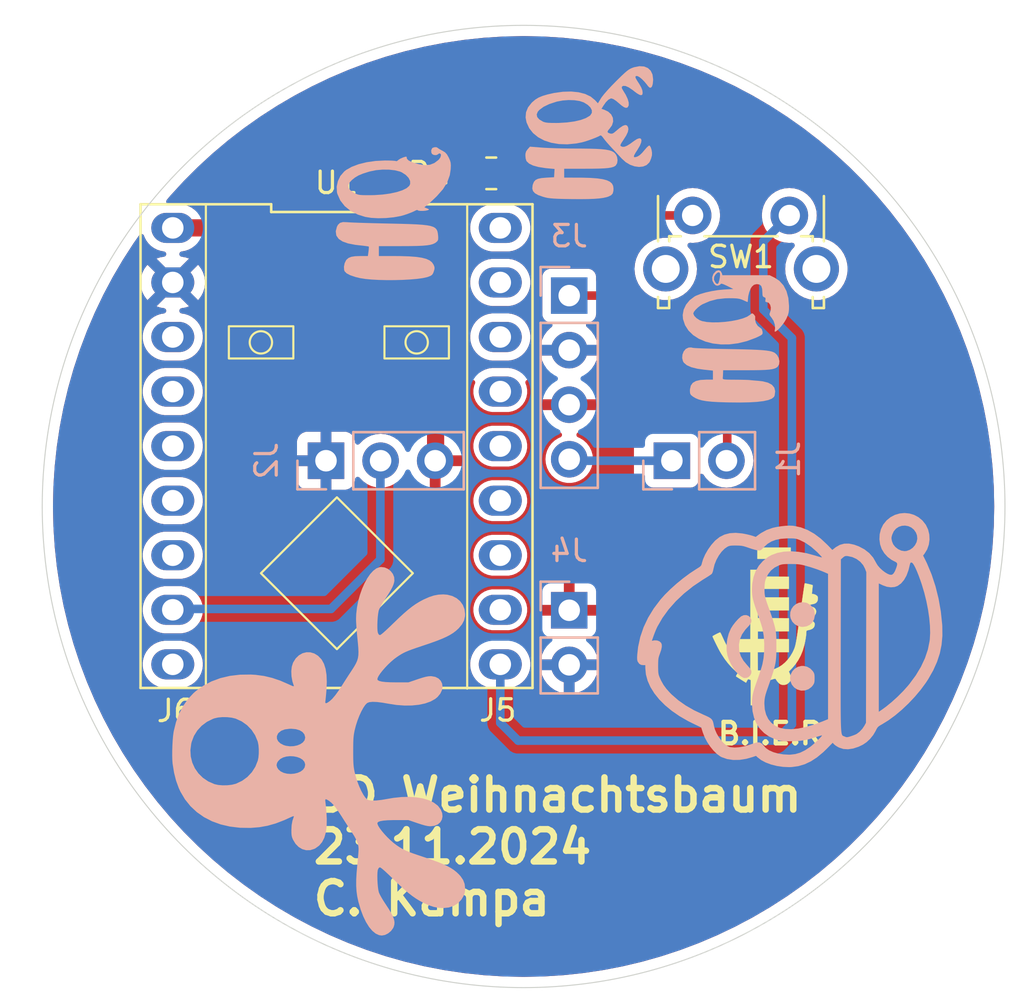
<source format=kicad_pcb>
(kicad_pcb (version 20240108) (generator "pcbnew") (generator_version "8.0")
  (layers (0 "F.Cu" signal) (31 "B.Cu" signal) (34 "B.Paste" user) (35 "F.Paste" user) (36 "B.SilkS" user "B.Silkscreen") (37 "F.SilkS" user "F.Silkscreen") (38 "B.Mask" user) (39 "F.Mask" user) (44 "Edge.Cuts" user))
  (net 0 "")
  (net 1 "Net-(J1-Pin_1)")
  (net 2 "Net-(J1-Pin_2)")
  (net 3 "Net-(J2-Pin_2)")
  (net 4 "GND")
  (net 5 "+5V")
  (net 6 "Net-(R1-Pad1)")
  (net 7 "Net-(U1-7)")
  (footprint "Logo:FH-LogoSilk" (layer "F.Cu") (at 211.34 64.78)
    (property "Reference" "G***" (hide yes))
    (property "Value" "LOGO" (hide yes))
  )
  (footprint "Button_Switch_THT:SW_Tactile_SPST_Angled_PTS645Vx83-2LFS" (layer "F.Cu") (at 207.93 45.66)
    (property "Reference" "SW1" (at 2.25 1.93 0) (layer "F.SilkS"))
    (property "Value" "Mode Select")
    (pad "" thru_hole circle (at -1.25 2.49) (size 2.1 2.1) (drill 1.3) (layers "*.Cu" "*.Mask"))
    (pad "" thru_hole circle (at 5.76 2.49) (size 2.1 2.1) (drill 1.3) (layers "*.Cu" "*.Mask"))
    (pad "1" thru_hole circle (at 0 0) (size 1.75 1.75) (drill 0.99) (layers "*.Cu" "*.Mask") (net 6 "Net-(R1-Pad1)"))
    (pad "2" thru_hole circle (at 4.5 0) (size 1.75 1.75) (drill 0.99) (layers "*.Cu" "*.Mask") (net 7 "Net-(U1-7)"))
  )
  (footprint "Hella_Bauteile:ESP32-S3 Mini" (layer "F.Cu") (at 191.36 56.4 -90)
    (property "Reference" "U1" (at -12.26 0 0) (layer "F.SilkS"))
    (property "Value" "ESP32-S3 Zero")
    (pad "1" thru_hole oval (at -10.16 7.62 270) (size 1.4 2) (drill 1) (layers "*.Cu" "*.Mask") (net 5 "+5V"))
    (pad "2" thru_hole oval (at -7.62 7.62 270) (size 1.4 2) (drill 1) (layers "*.Cu" "*.Mask") (net 4 "GND"))
    (pad "3" thru_hole oval (at -5.08 7.62 270) (size 1.4 2) (drill 1) (layers "*.Cu" "*.Mask"))
    (pad "4" thru_hole oval (at -2.54 7.62 270) (size 1.4 2) (drill 1) (layers "*.Cu" "*.Mask"))
    (pad "5" thru_hole oval (at 0 7.62 270) (size 1.4 2) (drill 1) (layers "*.Cu" "*.Mask"))
    (pad "6" thru_hole oval (at 2.54 7.62 270) (size 1.4 2) (drill 1) (layers "*.Cu" "*.Mask"))
    (pad "7" thru_hole oval (at 5.08 7.62 270) (size 1.4 2) (drill 1) (layers "*.Cu" "*.Mask"))
    (pad "8" thru_hole oval (at 7.62 7.62 270) (size 1.4 2) (drill 1) (layers "*.Cu" "*.Mask") (net 3 "Net-(J2-Pin_2)"))
    (pad "9" thru_hole oval (at 10.16 7.62 270) (size 1.4 2) (drill 1) (layers "*.Cu" "*.Mask"))
    (pad "10" thru_hole oval (at 10.16 -7.62 270) (size 1.4 2) (drill 1) (layers "*.Cu" "*.Mask") (net 7 "Net-(U1-7)"))
    (pad "11" thru_hole oval (at 7.62 -7.62 270) (size 1.4 2) (drill 1) (layers "*.Cu" "*.Mask"))
    (pad "12" thru_hole oval (at 5.08 -7.62 270) (size 1.4 2) (drill 1) (layers "*.Cu" "*.Mask"))
    (pad "13" thru_hole oval (at 2.54 -7.62 270) (size 1.4 2) (drill 1) (layers "*.Cu" "*.Mask"))
    (pad "14" thru_hole oval (at 0 -7.62 270) (size 1.4 2) (drill 1) (layers "*.Cu" "*.Mask"))
    (pad "15" thru_hole oval (at -2.54 -7.62 270) (size 1.4 2) (drill 1) (layers "*.Cu" "*.Mask"))
    (pad "16" thru_hole oval (at -5.08 -7.62 270) (size 1.4 2) (drill 1) (layers "*.Cu" "*.Mask"))
    (pad "17" thru_hole oval (at -7.62 -7.62 270) (size 1.4 2) (drill 1) (layers "*.Cu" "*.Mask"))
    (pad "18" thru_hole oval (at -10.16 -7.62 270) (size 1.4 2) (drill 1) (layers "*.Cu" "*.Mask"))
  )
  (footprint "Resistor_SMD:R_0805_2012Metric" (layer "F.Cu") (at 198.56 43.7 180)
    (property "Reference" "R1" (at 2.9 0.01 0) (layer "F.SilkS"))
    (property "Value" "10k")
    (pad "1" smd roundrect (at -0.9125 0 180) (size 1.025 1.4) (layers "F.Cu" "F.Paste" "F.Mask") (roundrect_rratio 0.243902) (net 6 "Net-(R1-Pad1)"))
    (pad "2" smd roundrect (at 0.9125 0 180) (size 1.025 1.4) (layers "F.Cu" "F.Paste" "F.Mask") (roundrect_rratio 0.243902) (net 4 "GND"))
  )
  (footprint "Connector_PinSocket_2.54mm:PinSocket_1x04_P2.54mm_Vertical" (layer "B.Cu") (at 202.187686 49.392309 180)
    (property "Reference" "J3" (at 0 2.77 0) (layer "B.SilkS") (effects (justify mirror)))
    (property "Value" "Conn_01x04_Socket")
    (pad "1" thru_hole rect (at 0 0 180) (size 1.7 1.7) (drill 1) (layers "*.Cu" "*.Mask") (net 2 "Net-(J1-Pin_2)"))
    (pad "2" thru_hole oval (at 0 -2.54 180) (size 1.7 1.7) (drill 1) (layers "*.Cu" "*.Mask") (net 4 "GND"))
    (pad "3" thru_hole oval (at 0 -5.08 180) (size 1.7 1.7) (drill 1) (layers "*.Cu" "*.Mask") (net 5 "+5V"))
    (pad "4" thru_hole oval (at 0 -7.62 180) (size 1.7 1.7) (drill 1) (layers "*.Cu" "*.Mask") (net 1 "Net-(J1-Pin_1)"))
  )
  (footprint "Connector_PinSocket_2.54mm:PinSocket_1x03_P2.54mm_Vertical" (layer "B.Cu") (at 190.869995 57.08 -90)
    (property "Reference" "J2" (at 0 2.77 90) (layer "B.SilkS") (effects (justify mirror)))
    (property "Value" "Conn_01x03_Socket")
    (pad "1" thru_hole rect (at 0 0 270) (size 1.7 1.7) (drill 1) (layers "*.Cu" "*.Mask") (net 4 "GND"))
    (pad "2" thru_hole oval (at 0 -2.54 270) (size 1.7 1.7) (drill 1) (layers "*.Cu" "*.Mask") (net 3 "Net-(J2-Pin_2)"))
    (pad "3" thru_hole oval (at 0 -5.08 270) (size 1.7 1.7) (drill 1) (layers "*.Cu" "*.Mask") (net 5 "+5V"))
  )
  (footprint "Silkscreen:Ho1" (layer "B.Cu") (at 209.94599 51.279962 90)
    (property "Reference" "G***" (hide yes))
    (property "Value" "LOGO" (hide yes))
  )
  (footprint "Silkscreen:Ho3" (layer "B.Cu") (at 194 45.58 90)
    (property "Reference" "G***" (hide yes))
    (property "Value" "LOGO" (hide yes))
  )
  (footprint "Connector_PinSocket_2.54mm:PinSocket_1x02_P2.54mm_Vertical" (layer "B.Cu") (at 202.187686 64.042309 180)
    (property "Reference" "J4" (at 0 2.77 0) (layer "B.SilkS") (effects (justify mirror)))
    (property "Value" "Conn_01x02_Socket")
    (pad "1" thru_hole rect (at 0 0 180) (size 1.7 1.7) (drill 1) (layers "*.Cu" "*.Mask") (net 5 "+5V"))
    (pad "2" thru_hole oval (at 0 -2.54 180) (size 1.7 1.7) (drill 1) (layers "*.Cu" "*.Mask") (net 4 "GND"))
  )
  (footprint "Silkscreen:Ho2" (layer "B.Cu") (at 203.12 41.83 90)
    (property "Reference" "G***" (hide yes))
    (property "Value" "LOGO" (hide yes))
  )
  (footprint "Connector_PinSocket_2.54mm:PinSocket_1x02_P2.54mm_Vertical" (layer "B.Cu") (at 206.964995 57.08 -90)
    (property "Reference" "J1" (at -0.06 -5.435005 90) (layer "B.SilkS") (effects (justify mirror)))
    (property "Value" "Conn_01x02_Socket")
    (pad "1" thru_hole rect (at 0 0 270) (size 1.7 1.7) (drill 1) (layers "*.Cu" "*.Mask") (net 1 "Net-(J1-Pin_1)"))
    (pad "2" thru_hole oval (at 0 -2.54 270) (size 1.7 1.7) (drill 1) (layers "*.Cu" "*.Mask") (net 2 "Net-(J1-Pin_2)"))
  )
  (footprint "Silkscreen:Rentier" (layer "B.Cu") (at 190.53 70.29 90)
    (property "Reference" "G***" (hide yes))
    (property "Value" "LOGO" (hide yes))
  )
  (footprint "Silkscreen:Santa" (layer "B.Cu") (at 212.397928 65.430163 90)
    (property "Reference" "G***" (hide yes))
    (property "Value" "LOGO" (hide yes))
  )
  (gr_circle (center 187.84 51.57) (end 188.36 51.57) (stroke (width 0.1)) (fill none) (layer "F.SilkS"))
  (gr_line (start 197.44 45.14) (end 197.44 67.69) (stroke (width 0.1)) (layer "F.SilkS"))
  (gr_rect (start 186.35 50.82) (end 189.35 52.32) (stroke (width 0.1)) (fill none) (layer "F.SilkS"))
  (gr_rect (start 193.59 50.82) (end 196.59 52.32) (stroke (width 0.1)) (fill none) (layer "F.SilkS"))
  (gr_line (start 185.280001 45.14) (end 185.280001 67.65) (stroke (width 0.1)) (layer "F.SilkS"))
  (gr_poly (pts (xy 187.842233 62.317767) (xy 191.377767 58.782233) (xy 194.913301 62.317767) (xy 191.377767 65.853301)) (stroke (width 0.1)) (fill none) (layer "F.SilkS"))
  (gr_circle (center 195.09 51.57) (end 195.61 51.57) (stroke (width 0.1)) (fill none) (layer "F.SilkS"))
  (gr_circle (center 200.065 59.21) (end 222.465 59.21) (stroke (width 0.05)) (fill none) (layer "Edge.Cuts"))
  (gr_text "3D Weihnachtsbaum\n23.11.2024\nC. Kampa" (at 190.13 78.35 0) (layer "F.SilkS") (effects (font (size 1.5 1.5) (thickness 0.3) (bold yes)) (justify left bottom)))
  (gr_text "J6" (at 182.91 69.31 0) (layer "F.SilkS") (effects (font (size 1 1)) (justify left bottom)))
  (gr_text "J5" (at 197.91 69.29 0) (layer "F.SilkS") (effects (font (size 1 1)) (justify left bottom)))
  (gr_text "B.I.E.R" (at 209 70.37 0) (layer "F.SilkS") (effects (font (size 1 1) (thickness 0.2) (bold yes)) (justify left bottom)))
  (segment (start 202.255377 57.08) (end 202.187686 57.012309) (width 0.4) (layer "F.Cu") (net 1))
  (segment (start 206.964995 57.08) (end 202.255377 57.08) (width 0.4) (layer "B.Cu") (net 1))
  (segment (start 205.79 55.35) (end 209.23 55.35) (width 0.4) (layer "F.Cu") (net 2))
  (segment (start 204.96 50.65) (end 204.96 54.52) (width 0.4) (layer "F.Cu") (net 2))
  (segment (start 204.96 54.52) (end 205.79 55.35) (width 0.4) (layer "F.Cu") (net 2))
  (segment (start 209.54 55.66) (end 209.54 57.044995) (width 0.4) (layer "F.Cu") (net 2))
  (segment (start 209.23 55.35) (end 209.54 55.66) (width 0.4) (layer "F.Cu") (net 2))
  (segment (start 203.702309 49.392309) (end 204.96 50.65) (width 0.4) (layer "F.Cu") (net 2))
  (segment (start 202.187686 49.392309) (end 203.702309 49.392309) (width 0.4) (layer "F.Cu") (net 2))
  (segment (start 209.54 57.044995) (end 209.504995 57.08) (width 0.4) (layer "F.Cu") (net 2))
  (segment (start 193.4 61.68) (end 193.4 57.089995) (width 0.4) (layer "B.Cu") (net 3))
  (segment (start 191.1 63.98) (end 183.78 63.98) (width 0.4) (layer "B.Cu") (net 3))
  (segment (start 183.78 63.98) (end 183.74 64.02) (width 0.4) (layer "B.Cu") (net 3))
  (segment (start 193.4 57.089995) (end 193.409995 57.08) (width 0.4) (layer "B.Cu") (net 3))
  (segment (start 193.4 61.68) (end 191.1 63.98) (width 0.4) (layer "B.Cu") (net 3))
  (segment (start 191.53 68.76) (end 190.869995 68.099995) (width 0.4) (layer "F.Cu") (net 4))
  (segment (start 202.187686 66.582309) (end 202.187686 68.362314) (width 0.4) (layer "F.Cu") (net 4))
  (segment (start 190.869995 68.099995) (end 190.869995 57.08) (width 0.4) (layer "F.Cu") (net 4))
  (segment (start 201.79 68.76) (end 191.53 68.76) (width 0.4) (layer "F.Cu") (net 4))
  (segment (start 202.187686 68.362314) (end 201.79 68.76) (width 0.4) (layer "F.Cu") (net 4))
  (segment (start 202.169995 54.49) (end 202.187686 54.472309) (width 0.4) (layer "F.Cu") (net 5))
  (segment (start 195.97 47.21) (end 195.97 57.059995) (width 0.8) (layer "F.Cu") (net 5))
  (segment (start 195 46.24) (end 195.97 47.21) (width 0.8) (layer "F.Cu") (net 5))
  (segment (start 183.74 46.24) (end 195 46.24) (width 0.8) (layer "F.Cu") (net 5))
  (segment (start 195.97 57.059995) (end 195.949995 57.08) (width 0.4) (layer "B.Cu") (net 5))
  (segment (start 201.88 43.7) (end 203.84 45.66) (width 0.4) (layer "F.Cu") (net 6))
  (segment (start 203.84 45.66) (end 207.93 45.66) (width 0.4) (layer "F.Cu") (net 6))
  (segment (start 199.4725 43.7) (end 201.88 43.7) (width 0.4) (layer "F.Cu") (net 6))
  (segment (start 207.91 45.64) (end 207.93 45.66) (width 0.4) (layer "B.Cu") (net 6))
  (segment (start 211.22 50.04) (end 211.22 46.87) (width 0.4) (layer "B.Cu") (net 7))
  (segment (start 212.55 69.35) (end 212.55 51.37) (width 0.4) (layer "B.Cu") (net 7))
  (segment (start 212.55 51.37) (end 211.22 50.04) (width 0.4) (layer "B.Cu") (net 7))
  (segment (start 199.81 70.11) (end 198.98 69.28) (width 0.4) (layer "B.Cu") (net 7))
  (segment (start 211.79 70.11) (end 199.81 70.11) (width 0.4) (layer "B.Cu") (net 7))
  (segment (start 198.98 69.28) (end 198.98 66.56) (width 0.4) (layer "B.Cu") (net 7))
  (segment (start 211.22 46.87) (end 212.43 45.66) (width 0.4) (layer "B.Cu") (net 7))
  (segment (start 211.79 70.11) (end 212.55 69.35) (width 0.4) (layer "B.Cu") (net 7))
  (zone (net 5) (net_name "+5V") (layer "F.Cu") (priority 1) (connect_pads (clearance 0.25)) (min_thickness 0.25) (fill yes (thermal_gap 0.5) (thermal_bridge_width 0.5))
    (polygon (pts (xy 194.9 53.31) (xy 205.09 53.31) (xy 205.2 53.42) (xy 205.2 65.33) (xy 194.75 65.33) (xy 194.75 53.46)))
  )
  (zone (net 4) (net_name "GND") (layers "F&B.Cu") (connect_pads (clearance 0.4)) (min_thickness 0.25) (fill yes (thermal_gap 0.5) (thermal_bridge_width 0.5))
    (polygon (pts (xy 175.7 35.63) (xy 223.37 35.63) (xy 223.37 82.28) (xy 223.32 82.33) (xy 175.76 82.33) (xy 175.7 82.27)))
  )
)
</source>
